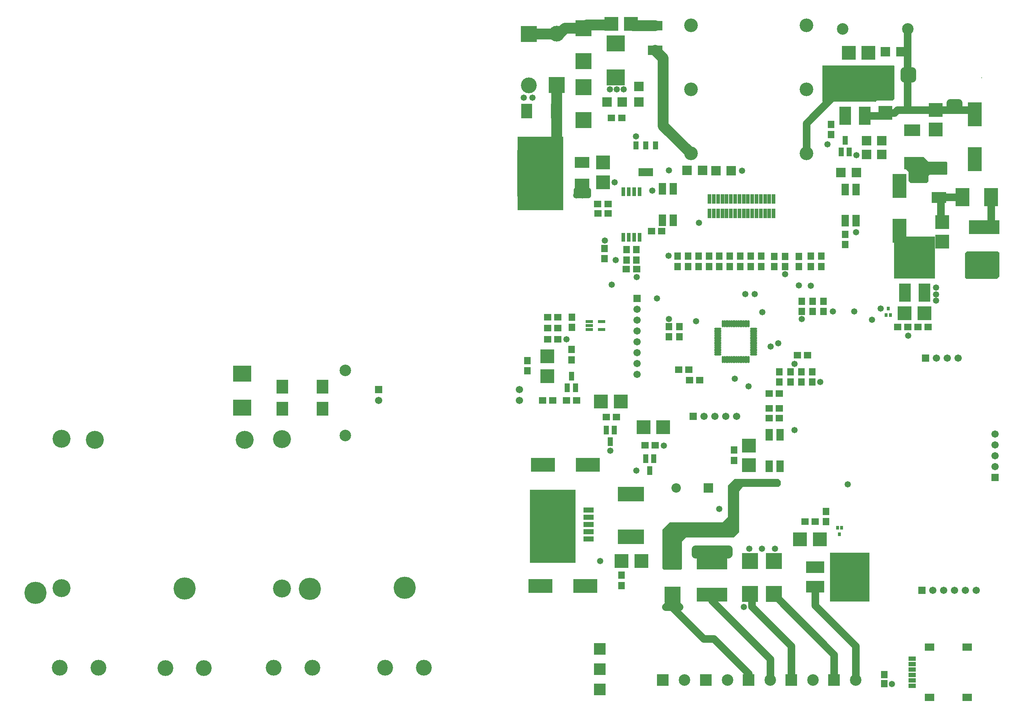
<source format=gts>
G04 Layer_Color=8388736*
%FSLAX25Y25*%
%MOIN*%
G70*
G01*
G75*
%ADD53C,0.05000*%
%ADD55C,0.06000*%
%ADD56C,0.10000*%
%ADD83C,0.07000*%
%ADD84R,0.06706X0.06312*%
%ADD85R,0.06312X0.06706*%
%ADD86R,0.04540X0.07690*%
%ADD87R,0.13398X0.07690*%
%ADD88R,0.03359X0.08083*%
%ADD89R,0.14579X0.14579*%
%ADD90R,0.13792X0.10249*%
%ADD91R,0.08674X0.08674*%
%ADD92R,0.08674X0.08674*%
G04:AMPARAMS|DCode=93|XSize=65.87mil|YSize=17.45mil|CornerRadius=5.18mil|HoleSize=0mil|Usage=FLASHONLY|Rotation=0.000|XOffset=0mil|YOffset=0mil|HoleType=Round|Shape=RoundedRectangle|*
%AMROUNDEDRECTD93*
21,1,0.06587,0.00709,0,0,0.0*
21,1,0.05551,0.01745,0,0,0.0*
1,1,0.01036,0.02776,-0.00354*
1,1,0.01036,-0.02776,-0.00354*
1,1,0.01036,-0.02776,0.00354*
1,1,0.01036,0.02776,0.00354*
%
%ADD93ROUNDEDRECTD93*%
G04:AMPARAMS|DCode=94|XSize=65.87mil|YSize=17.45mil|CornerRadius=5.18mil|HoleSize=0mil|Usage=FLASHONLY|Rotation=270.000|XOffset=0mil|YOffset=0mil|HoleType=Round|Shape=RoundedRectangle|*
%AMROUNDEDRECTD94*
21,1,0.06587,0.00709,0,0,270.0*
21,1,0.05551,0.01745,0,0,270.0*
1,1,0.01036,-0.00354,-0.02776*
1,1,0.01036,-0.00354,0.02776*
1,1,0.01036,0.00354,0.02776*
1,1,0.01036,0.00354,-0.02776*
%
%ADD94ROUNDEDRECTD94*%
%ADD95R,0.24422X0.13398*%
%ADD96R,0.12611X0.12611*%
%ADD97R,0.06706X0.04343*%
%ADD98R,0.08674X0.06706*%
%ADD99R,0.12611X0.12611*%
%ADD100R,0.16548X0.14579*%
%ADD101R,0.10642X0.12611*%
%ADD102R,0.16548X0.10642*%
%ADD103R,0.28359X0.24422*%
%ADD104R,0.10642X0.16548*%
%ADD105R,0.24422X0.28359*%
%ADD106R,0.22453X0.12611*%
%ADD107R,0.12611X0.22453*%
%ADD108R,0.07099X0.10642*%
%ADD109R,0.28359X0.12611*%
%ADD110R,0.12611X0.16548*%
%ADD111R,0.13398X0.08674*%
%ADD112R,0.04737X0.07887*%
%ADD113R,0.07099X0.03162*%
%ADD114R,0.13792X0.09855*%
%ADD115R,0.35839X0.42729*%
%ADD116R,0.14579X0.10642*%
%ADD117R,0.09304X0.05013*%
%ADD118R,0.41784X0.43320*%
%ADD119R,0.03359X0.08674*%
%ADD120R,0.10249X0.13792*%
%ADD121R,0.02650X0.03320*%
%ADD122C,0.10642*%
%ADD123R,0.10642X0.10642*%
%ADD124C,0.14579*%
%ADD125C,0.06706*%
%ADD126R,0.06706X0.06706*%
%ADD127R,0.06706X0.06706*%
%ADD128C,0.00800*%
%ADD129C,0.08674*%
%ADD130C,0.12611*%
%ADD131C,0.16548*%
%ADD132C,0.05800*%
%ADD133C,0.20485*%
G36*
X-180000Y100566D02*
X-180000Y97146D01*
X-181870Y95276D01*
X-214843D01*
X-218287Y91043D01*
X-218287Y53642D01*
X-223406Y48524D01*
X-228861Y48524D01*
X-267205Y48524D01*
X-270945Y44783D01*
Y19783D01*
X-271634Y19094D01*
X-287874D01*
X-289055Y20276D01*
Y54626D01*
X-289055Y55807D01*
X-282362Y62500D01*
X-233740D01*
X-228671Y67569D01*
Y89862D01*
Y96358D01*
X-222593Y102436D01*
X-181870D01*
X-180000Y100566D01*
D02*
G37*
G36*
X21378Y310728D02*
X21280Y293504D01*
X21378Y293406D01*
Y289173D01*
X19016Y286811D01*
X-8839D01*
X-10413Y288386D01*
Y310236D01*
X-8543Y312106D01*
X20000D01*
X21378Y310728D01*
D02*
G37*
G36*
X-98405Y-10531D02*
X-134626D01*
Y17028D01*
Y17224D01*
Y34547D01*
X-98405D01*
Y-10531D01*
D02*
G37*
G36*
X-368976Y25098D02*
X-411004D01*
Y92716D01*
X-368976D01*
Y25098D01*
D02*
G37*
G36*
X-43780Y394783D02*
X-27343D01*
X-26457Y393898D01*
Y383465D01*
X-27047Y382874D01*
X-42795D01*
X-43878Y381791D01*
Y376969D01*
X-45551Y375295D01*
X-60315D01*
X-62087Y377067D01*
Y385335D01*
X-64547Y387795D01*
X-66319D01*
Y399213D01*
X-48209D01*
X-43780Y394783D01*
D02*
G37*
G36*
X-75177Y483406D02*
Y453051D01*
Y453051D01*
X-76949Y451280D01*
X-76949Y451279D01*
X-91516D01*
X-92894Y449902D01*
X-93091Y450098D01*
X-141516D01*
X-141516Y483758D01*
X-75529D01*
X-75177Y483406D01*
D02*
G37*
G36*
X-37776Y287303D02*
X-75669D01*
Y325984D01*
X-37776D01*
Y287303D01*
D02*
G37*
G36*
X-380197Y350246D02*
X-422224D01*
Y417864D01*
X-380197D01*
Y350246D01*
D02*
G37*
D53*
X-368189Y368110D02*
X-358055D01*
X-357264Y363976D02*
Y368740D01*
X-362726Y363976D02*
Y374203D01*
X-368189Y363976D02*
Y369035D01*
Y363976D02*
X-357264D01*
X-279508Y-7677D02*
Y-6004D01*
X-273406Y-15256D02*
Y-14075D01*
Y-15256D02*
Y-14075D01*
X-280886Y-6594D02*
X-273406Y-14075D01*
X-285807Y-13976D02*
X-279508Y-7677D01*
D55*
X-32165Y324213D02*
X-30886Y322933D01*
D56*
X-295650Y497638D02*
X-288169Y490157D01*
Y428051D02*
Y490157D01*
Y428051D02*
X-262677Y402559D01*
X-317756Y522047D02*
X-315984Y520275D01*
X-295650D01*
X-338169Y520768D02*
X-337579Y521358D01*
X-358740Y520768D02*
X-338169D01*
X-361693Y517815D02*
X-358740Y520768D01*
X-378720Y517815D02*
X-361693D01*
X-383646Y512890D02*
X-378720Y517815D01*
X-386272Y512890D02*
X-383646D01*
X-386575Y512587D02*
X-386272Y512890D01*
X-411846Y512587D02*
X-386575D01*
X-386272Y414988D02*
Y465646D01*
X-57165Y301181D02*
Y317618D01*
D83*
X-32667Y319734D02*
X-31280Y321122D01*
X-32658Y341831D02*
X-30394Y339567D01*
X-32658Y341831D02*
Y360630D01*
X-34134Y362106D02*
X-32658Y360630D01*
X-34134Y362106D02*
X-12480D01*
X13898Y335335D02*
X13996Y335236D01*
X13898Y335335D02*
Y362106D01*
X-58937Y471752D02*
Y478445D01*
X-66417Y471752D02*
X-58937D01*
X-66417D02*
Y478445D01*
X-63169Y443012D02*
Y450787D01*
X-23799Y442717D02*
Y449409D01*
X-16319Y442717D02*
Y449409D01*
X-23799D02*
X-16319D01*
X-37244Y442717D02*
X-669D01*
X-37284Y442756D02*
X-37244Y442717D01*
X-72480Y442756D02*
X-37284D01*
X-75413Y439823D02*
X-72480Y442756D01*
X-83740Y439823D02*
X-75413D01*
X-86457Y437106D02*
X-83740Y439823D01*
X-102638Y437106D02*
X-86457D01*
X-63169Y450787D02*
Y514193D01*
X-210020Y28642D02*
X-208346Y26969D01*
X-207756D01*
X-258543Y33071D02*
Y37795D01*
Y33071D02*
X-258445Y32972D01*
X-228327D01*
X-228031Y33268D01*
Y37795D01*
X-258543D02*
X-228031D01*
X-123307Y463484D02*
X-109921D01*
X-156378Y430413D02*
X-123307Y463484D01*
X-156378Y402559D02*
Y430413D01*
X-280492Y-5020D02*
X-279508Y-6004D01*
Y-15945D02*
Y-6004D01*
Y-15945D02*
X-250768Y-44685D01*
X-241614D01*
X-209587Y-76713D01*
Y-82590D02*
Y-76713D01*
X-189587Y-82590D02*
Y-63445D01*
X-243386Y-9646D02*
X-189587Y-63445D01*
X-243386Y-9646D02*
Y-4232D01*
X-206575Y-15157D02*
Y-2264D01*
Y-15157D02*
X-170217Y-51516D01*
Y-82590D02*
Y-51516D01*
X-186398Y-3740D02*
X-130847Y-59291D01*
Y-82590D02*
Y-59291D01*
X-186398Y-3740D02*
Y-3347D01*
X-148209Y-14173D02*
Y3839D01*
Y-14173D02*
X-110846Y-51535D01*
Y-82590D02*
Y-51535D01*
X-59134Y322441D02*
X-58150Y321457D01*
X-285807Y-15256D02*
X-273406D01*
D84*
X-312677Y295768D02*
D03*
X-322126D02*
D03*
X-339055Y355906D02*
D03*
X-348504D02*
D03*
X-338957Y347342D02*
D03*
X-348406D02*
D03*
X-295453Y133465D02*
D03*
X-304902D02*
D03*
X-190728Y181201D02*
D03*
X-181280D02*
D03*
X-326358Y435138D02*
D03*
X-335807D02*
D03*
X-264055Y193504D02*
D03*
X-254606D02*
D03*
X-264449Y203150D02*
D03*
X-273898D02*
D03*
X-289547Y330906D02*
D03*
X-298996D02*
D03*
X-148209Y63189D02*
D03*
X-157657D02*
D03*
X-340630Y159547D02*
D03*
X-331181D02*
D03*
X-377343Y175000D02*
D03*
X-367894D02*
D03*
X-399291Y174902D02*
D03*
X-389843D02*
D03*
X-385118Y241535D02*
D03*
X-394567D02*
D03*
X-385118Y251575D02*
D03*
X-394567D02*
D03*
X-44272Y242618D02*
D03*
X-53720D02*
D03*
X-385118Y231102D02*
D03*
X-394567D02*
D03*
X-190728Y167717D02*
D03*
X-181280D02*
D03*
Y158760D02*
D03*
X-190728D02*
D03*
X-155098Y216437D02*
D03*
X-164547D02*
D03*
X-72224Y242618D02*
D03*
X-62776D02*
D03*
D85*
X-313071Y304331D02*
D03*
Y313779D02*
D03*
X-321929Y304331D02*
D03*
Y313779D02*
D03*
X-342106Y305610D02*
D03*
Y315059D02*
D03*
X-133543Y429331D02*
D03*
Y419882D02*
D03*
X-120650Y318602D02*
D03*
Y328051D02*
D03*
X-84626Y-77854D02*
D03*
Y-86122D02*
D03*
X-198019Y307776D02*
D03*
Y298327D02*
D03*
X-207627Y307776D02*
D03*
Y298327D02*
D03*
X-217235Y307775D02*
D03*
Y298327D02*
D03*
X-181378Y201279D02*
D03*
Y191831D02*
D03*
X-282756Y233563D02*
D03*
Y243012D02*
D03*
X-273307Y233465D02*
D03*
Y242913D02*
D03*
X-142697Y307776D02*
D03*
Y298327D02*
D03*
X-138268Y72736D02*
D03*
Y63287D02*
D03*
X-152304Y307776D02*
D03*
Y298327D02*
D03*
X-265274Y298327D02*
D03*
Y307776D02*
D03*
X-255666D02*
D03*
Y298327D02*
D03*
X-246059D02*
D03*
Y307776D02*
D03*
X-236451D02*
D03*
Y298327D02*
D03*
X-226843D02*
D03*
Y307776D02*
D03*
X-372224Y251673D02*
D03*
Y242224D02*
D03*
X-372716Y212402D02*
D03*
Y221850D02*
D03*
X-222815Y119685D02*
D03*
Y129134D02*
D03*
X-413268Y211614D02*
D03*
Y202165D02*
D03*
X-150965Y191831D02*
D03*
Y201280D02*
D03*
X-150645Y256890D02*
D03*
Y266339D02*
D03*
X-160561Y256890D02*
D03*
Y266339D02*
D03*
X-140728Y256890D02*
D03*
Y266339D02*
D03*
X-170945Y191929D02*
D03*
Y201378D02*
D03*
X-160905Y201280D02*
D03*
Y191831D02*
D03*
X-326555Y13878D02*
D03*
Y4429D02*
D03*
X-176063Y298228D02*
D03*
Y307677D02*
D03*
X-185906Y298228D02*
D03*
Y307677D02*
D03*
X-274882Y307776D02*
D03*
Y298327D02*
D03*
X-163366Y298228D02*
D03*
Y307677D02*
D03*
D86*
X-295256Y409941D02*
D03*
X-304311D02*
D03*
X-313366D02*
D03*
D87*
X-304311Y385138D02*
D03*
D88*
X-309803Y367224D02*
D03*
X-314803D02*
D03*
X-319803D02*
D03*
X-324803D02*
D03*
Y325295D02*
D03*
X-319803D02*
D03*
X-314803D02*
D03*
X-309803D02*
D03*
D89*
X-186398Y26969D02*
D03*
Y-3347D02*
D03*
X-279508Y26378D02*
D03*
Y-3937D02*
D03*
X-361496Y463583D02*
D03*
Y433268D02*
D03*
X-361693Y487500D02*
D03*
Y517815D02*
D03*
X-208346Y26969D02*
D03*
Y-3347D02*
D03*
X-411846Y512587D02*
D03*
X-386272Y465646D02*
D03*
D90*
X-34331Y361910D02*
D03*
Y389272D02*
D03*
D91*
X-110315Y384941D02*
D03*
X-124488D02*
D03*
X-252047Y386811D02*
D03*
X-266221D02*
D03*
X-239744Y386713D02*
D03*
X-225571D02*
D03*
X-69370Y496358D02*
D03*
X-83543D02*
D03*
X-86890Y401575D02*
D03*
X-101063D02*
D03*
X-325768Y449902D02*
D03*
X-339941D02*
D03*
X-101063Y414272D02*
D03*
X-86890D02*
D03*
D92*
X-310512Y450000D02*
D03*
Y464173D02*
D03*
X-246437Y94193D02*
D03*
D93*
X-237756Y240945D02*
D03*
Y239370D02*
D03*
Y237795D02*
D03*
Y236220D02*
D03*
Y234646D02*
D03*
Y233071D02*
D03*
Y231496D02*
D03*
Y229921D02*
D03*
Y228346D02*
D03*
Y226772D02*
D03*
Y225197D02*
D03*
Y223622D02*
D03*
Y222047D02*
D03*
Y220472D02*
D03*
Y218898D02*
D03*
Y217323D02*
D03*
X-204921D02*
D03*
Y218898D02*
D03*
Y220472D02*
D03*
Y222047D02*
D03*
Y223622D02*
D03*
Y225197D02*
D03*
Y226772D02*
D03*
Y228346D02*
D03*
Y229921D02*
D03*
Y231496D02*
D03*
Y233071D02*
D03*
Y234646D02*
D03*
Y236220D02*
D03*
Y237795D02*
D03*
Y239370D02*
D03*
Y240945D02*
D03*
D94*
X-209528Y245551D02*
D03*
X-211102D02*
D03*
X-212677D02*
D03*
X-214252D02*
D03*
X-215827D02*
D03*
X-217402D02*
D03*
X-218976D02*
D03*
X-220551D02*
D03*
X-222126D02*
D03*
X-223701D02*
D03*
X-225276D02*
D03*
X-226851D02*
D03*
X-228425D02*
D03*
X-230000D02*
D03*
X-231575D02*
D03*
X-233150D02*
D03*
Y212717D02*
D03*
X-231575D02*
D03*
X-230000D02*
D03*
X-228425D02*
D03*
X-226851D02*
D03*
X-225276D02*
D03*
X-223701D02*
D03*
X-222126D02*
D03*
X-220551D02*
D03*
X-218976D02*
D03*
X-217402D02*
D03*
X-215827D02*
D03*
X-214252D02*
D03*
X-212677D02*
D03*
X-211102D02*
D03*
X-209528D02*
D03*
D95*
X-317992Y88681D02*
D03*
Y49311D02*
D03*
D96*
X-308307Y27067D02*
D03*
X-326496D02*
D03*
X-162126Y46850D02*
D03*
X-143937D02*
D03*
X-345492Y173917D02*
D03*
X-327303D02*
D03*
X-335945Y522047D02*
D03*
X-317756D02*
D03*
X-306417Y150197D02*
D03*
X-288228D02*
D03*
X-117342Y495177D02*
D03*
X-99154D02*
D03*
X-65827Y255413D02*
D03*
X-47638D02*
D03*
D97*
X-58937Y-63071D02*
D03*
Y-73071D02*
D03*
Y-68071D02*
D03*
Y-78071D02*
D03*
Y-83071D02*
D03*
Y-88071D02*
D03*
D98*
X-42795Y-98622D02*
D03*
Y-52559D02*
D03*
X-8150D02*
D03*
Y-98622D02*
D03*
D99*
X-37284Y442756D02*
D03*
Y424567D02*
D03*
X-209134Y115118D02*
D03*
Y133307D02*
D03*
X-31280Y339311D02*
D03*
Y321122D02*
D03*
X-83740Y439823D02*
D03*
Y458012D02*
D03*
X-394961Y197303D02*
D03*
Y215492D02*
D03*
X-343583Y394134D02*
D03*
Y375945D02*
D03*
D100*
X-331772Y504036D02*
D03*
Y472539D02*
D03*
X-675768Y199606D02*
D03*
Y168110D02*
D03*
D101*
X-601980Y187724D02*
D03*
X-638909D02*
D03*
Y167252D02*
D03*
X-601980D02*
D03*
D102*
X-148209Y3106D02*
D03*
Y21106D02*
D03*
D103*
X-120453Y12106D02*
D03*
D104*
X-102638Y437106D02*
D03*
X-120638D02*
D03*
X-47575Y274213D02*
D03*
X-65575D02*
D03*
D105*
X-111638Y464862D02*
D03*
X-56575Y301969D02*
D03*
D106*
X-359921Y3937D02*
D03*
X-401260D02*
D03*
X-398996Y115650D02*
D03*
X-357658D02*
D03*
D107*
X-1161Y397146D02*
D03*
Y438484D02*
D03*
X-70650Y331102D02*
D03*
Y372441D02*
D03*
D108*
X-278838Y341043D02*
D03*
X-288839D02*
D03*
Y369980D02*
D03*
X-278838D02*
D03*
X-110630Y369390D02*
D03*
X-120630D02*
D03*
Y340453D02*
D03*
X-110630D02*
D03*
X-180709Y143209D02*
D03*
X-190709D02*
D03*
Y114272D02*
D03*
X-180709D02*
D03*
D109*
X-243386Y-4232D02*
D03*
Y25689D02*
D03*
X7500Y334744D02*
D03*
Y304823D02*
D03*
D110*
X13898Y362106D02*
D03*
X-12480D02*
D03*
D111*
X-295650Y497638D02*
D03*
Y520275D02*
D03*
D112*
X-336890Y136909D02*
D03*
X-340630Y147736D02*
D03*
X-333150D02*
D03*
X-296831Y121161D02*
D03*
X-304311D02*
D03*
X-300571Y110335D02*
D03*
X-372717Y197343D02*
D03*
X-368976Y186516D02*
D03*
X-376457D02*
D03*
X-124390Y403937D02*
D03*
X-116910D02*
D03*
X-120650Y414764D02*
D03*
D113*
X-344862Y247638D02*
D03*
Y240158D02*
D03*
X-356280D02*
D03*
Y243898D02*
D03*
Y247638D02*
D03*
D114*
X-362874Y374350D02*
D03*
Y394350D02*
D03*
D115*
X-404606Y384350D02*
D03*
D116*
X-59035Y393898D02*
D03*
Y423819D02*
D03*
D117*
X-356972Y47146D02*
D03*
Y53839D02*
D03*
Y60532D02*
D03*
Y67225D02*
D03*
Y73917D02*
D03*
D118*
X-389744Y60532D02*
D03*
D119*
X-237677Y360433D02*
D03*
X-233740D02*
D03*
X-229803D02*
D03*
X-214055D02*
D03*
X-217992D02*
D03*
X-221929D02*
D03*
X-225866D02*
D03*
X-198307D02*
D03*
X-202244D02*
D03*
X-206181D02*
D03*
X-210118D02*
D03*
X-194370D02*
D03*
Y347205D02*
D03*
X-210118D02*
D03*
X-206181D02*
D03*
X-202244D02*
D03*
X-198307D02*
D03*
X-225866D02*
D03*
X-221929D02*
D03*
X-217992D02*
D03*
X-214055D02*
D03*
X-229803D02*
D03*
X-233740D02*
D03*
X-237677D02*
D03*
X-241614Y360433D02*
D03*
Y347205D02*
D03*
X-245551Y360433D02*
D03*
Y347205D02*
D03*
X-190433D02*
D03*
X-186496D02*
D03*
Y360433D02*
D03*
X-190433D02*
D03*
D120*
X-386496Y441732D02*
D03*
X-413858D02*
D03*
D121*
X-82854Y253543D02*
D03*
X-78917D02*
D03*
X-80886Y259449D02*
D03*
X-123799Y57480D02*
D03*
X-127736D02*
D03*
X-125768Y51575D02*
D03*
D122*
X-229004Y-82590D02*
D03*
X-110846D02*
D03*
X-189587D02*
D03*
X-150216D02*
D03*
X-580984Y202539D02*
D03*
Y142539D02*
D03*
X-62894Y517421D02*
D03*
X-122894D02*
D03*
X-268622Y-82590D02*
D03*
D123*
X-249004D02*
D03*
X-130847D02*
D03*
X-209587D02*
D03*
X-170217D02*
D03*
X-346732Y-91240D02*
D03*
Y-72736D02*
D03*
Y-54232D02*
D03*
X-288622Y-82590D02*
D03*
D124*
X-746732Y-71850D02*
D03*
X-711299D02*
D03*
X-544173Y-71555D02*
D03*
X-508740D02*
D03*
X-411846Y465343D02*
D03*
X-386272Y512890D02*
D03*
X-843760Y-71468D02*
D03*
X-808327D02*
D03*
X-646760D02*
D03*
X-611327D02*
D03*
D125*
X-220532Y160236D02*
D03*
X-230532D02*
D03*
X-240531D02*
D03*
X-250532D02*
D03*
X-312382Y258839D02*
D03*
Y248839D02*
D03*
Y238839D02*
D03*
Y228839D02*
D03*
Y218839D02*
D03*
Y208839D02*
D03*
Y198839D02*
D03*
X-550406Y174988D02*
D03*
X-420484D02*
D03*
Y184988D02*
D03*
X17500Y114000D02*
D03*
Y124000D02*
D03*
Y134000D02*
D03*
Y144000D02*
D03*
X0Y0D02*
D03*
X-10000D02*
D03*
X-20000D02*
D03*
X-30000D02*
D03*
X-40000D02*
D03*
X-36500Y214000D02*
D03*
X-26500D02*
D03*
X-16500D02*
D03*
D126*
X-260531Y160236D02*
D03*
X-50000Y0D02*
D03*
X-46500Y214000D02*
D03*
D127*
X-312382Y268839D02*
D03*
X-550406Y184988D02*
D03*
X17500Y104000D02*
D03*
D128*
X5138Y472394D02*
D03*
D129*
X-276358Y94193D02*
D03*
D130*
X-262677Y402559D02*
D03*
Y461614D02*
D03*
Y520669D02*
D03*
X-156378D02*
D03*
Y461614D02*
D03*
Y402559D02*
D03*
D131*
X-811496Y138681D02*
D03*
X-673701D02*
D03*
X-639153Y139272D02*
D03*
Y1476D02*
D03*
X-842106Y139764D02*
D03*
Y1969D02*
D03*
D132*
X-341910Y322342D02*
D03*
X-189252Y224705D02*
D03*
X-182165Y227461D02*
D03*
X-312579Y288484D02*
D03*
X-331772Y304331D02*
D03*
X-215728Y386614D02*
D03*
X-313366Y418405D02*
D03*
X-298209Y368406D02*
D03*
X-332913Y375945D02*
D03*
X-283347Y308268D02*
D03*
X-62677Y234646D02*
D03*
X-163366Y280906D02*
D03*
X-152244Y280512D02*
D03*
X-95846Y249410D02*
D03*
X-88071Y259744D02*
D03*
X-36988Y278937D02*
D03*
Y272539D02*
D03*
X-136890Y411024D02*
D03*
X-23799Y449409D02*
D03*
X-16319D02*
D03*
X-23799Y442717D02*
D03*
X-78917Y471358D02*
D03*
X-88661Y480315D02*
D03*
Y471358D02*
D03*
X-78917Y480315D02*
D03*
X-135906Y479724D02*
D03*
Y455413D02*
D03*
Y463517D02*
D03*
Y471621D02*
D03*
X-252441Y37795D02*
D03*
X-246339D02*
D03*
X-240236D02*
D03*
X-234134D02*
D03*
X-203819Y272933D02*
D03*
X-212480D02*
D03*
X-196831Y256299D02*
D03*
X-101752Y5610D02*
D03*
Y18602D02*
D03*
X-103622Y31594D02*
D03*
X-130492Y-7382D02*
D03*
X-117057D02*
D03*
X-103622D02*
D03*
X-117057Y31594D02*
D03*
X-130492D02*
D03*
X5335Y289961D02*
D03*
X-965D02*
D03*
X-7264D02*
D03*
X-258543Y37795D02*
D03*
X-228031D02*
D03*
X-312973Y110335D02*
D03*
X-110610Y330020D02*
D03*
X-257756Y247835D02*
D03*
X-287579Y133366D02*
D03*
X-209724Y187894D02*
D03*
X-293976Y268799D02*
D03*
X-167402Y208661D02*
D03*
X-335709Y281693D02*
D03*
X-46831Y378740D02*
D03*
Y385039D02*
D03*
X-52835Y378740D02*
D03*
X-58839D02*
D03*
Y385039D02*
D03*
X-52835D02*
D03*
X17933Y289961D02*
D03*
X11634D02*
D03*
X-405787Y31496D02*
D03*
X-395158D02*
D03*
X-384528D02*
D03*
X-373898D02*
D03*
X-406083Y87303D02*
D03*
X-384823D02*
D03*
X-374193D02*
D03*
X-336890Y128480D02*
D03*
X-377343Y231102D02*
D03*
X-346339Y26969D02*
D03*
X-324587Y461614D02*
D03*
X-330935D02*
D03*
X-337283D02*
D03*
X-416614Y453937D02*
D03*
X-408445Y453839D02*
D03*
X-417008Y356644D02*
D03*
Y412057D02*
D03*
X-395748D02*
D03*
X-385118D02*
D03*
Y356644D02*
D03*
X-406378D02*
D03*
X-395748D02*
D03*
X-406378Y412057D02*
D03*
X-368189Y363976D02*
D03*
X-362726D02*
D03*
X-255394Y338484D02*
D03*
X-110413Y400787D02*
D03*
X-16319Y442717D02*
D03*
X-58937Y471752D02*
D03*
Y478445D02*
D03*
X-66417Y471752D02*
D03*
Y478445D02*
D03*
X-131772Y256890D02*
D03*
X-175965Y291339D02*
D03*
X-160512Y249803D02*
D03*
X-282756Y250000D02*
D03*
X-222323Y194783D02*
D03*
X-36988Y266831D02*
D03*
X-40827Y290846D02*
D03*
Y310531D02*
D03*
Y300689D02*
D03*
X-72323D02*
D03*
Y310531D02*
D03*
Y290846D02*
D03*
X-214055Y-15256D02*
D03*
X-236693Y74902D02*
D03*
X-183051Y99114D02*
D03*
X-205984D02*
D03*
X-194518D02*
D03*
X-185413Y38287D02*
D03*
X-208839D02*
D03*
X-197126D02*
D03*
X-285807Y-15256D02*
D03*
X-273406D02*
D03*
X-279606D02*
D03*
X-167402Y147539D02*
D03*
X-118189Y97441D02*
D03*
X-283051Y387008D02*
D03*
X-77441Y-86319D02*
D03*
X-112382Y256850D02*
D03*
X-143455Y191781D02*
D03*
D133*
X-613661Y1181D02*
D03*
X-866220Y-2264D02*
D03*
X-728819Y1476D02*
D03*
X-526260Y2264D02*
D03*
M02*

</source>
